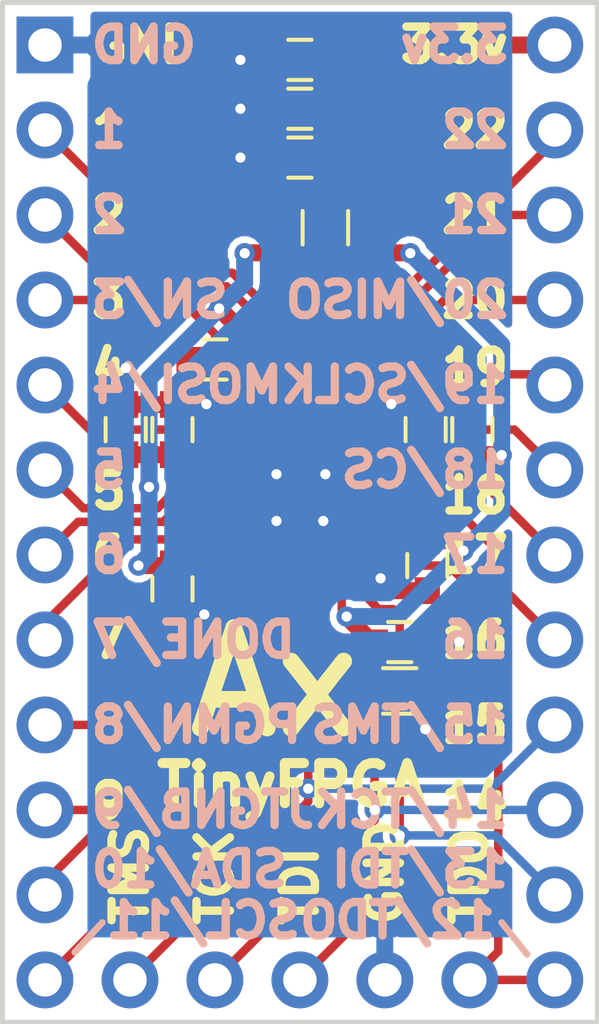
<source format=kicad_pcb>
(kicad_pcb (version 4) (host pcbnew 4.0.6)

  (general
    (links 66)
    (no_connects 0)
    (area 79.934999 118.034999 97.865001 148.665001)
    (thickness 1.6)
    (drawings 58)
    (tracks 229)
    (zones 0)
    (modules 17)
    (nets 26)
  )

  (page A4)
  (layers
    (0 F.Cu signal)
    (31 B.Cu signal)
    (32 B.Adhes user)
    (33 F.Adhes user)
    (34 B.Paste user)
    (35 F.Paste user)
    (36 B.SilkS user)
    (37 F.SilkS user)
    (38 B.Mask user)
    (39 F.Mask user)
    (40 Dwgs.User user hide)
    (41 Cmts.User user hide)
    (42 Eco1.User user hide)
    (43 Eco2.User user hide)
    (44 Edge.Cuts user)
    (45 Margin user hide)
    (46 B.CrtYd user hide)
    (47 F.CrtYd user hide)
    (48 B.Fab user hide)
    (49 F.Fab user)
  )

  (setup
    (last_trace_width 0.254)
    (trace_clearance 0.1524)
    (zone_clearance 0.0254)
    (zone_45_only no)
    (trace_min 0.1524)
    (segment_width 0.2)
    (edge_width 0.15)
    (via_size 0.6096)
    (via_drill 0.3048)
    (via_min_size 0.6096)
    (via_min_drill 0.3048)
    (uvia_size 0.3)
    (uvia_drill 0.1)
    (uvias_allowed no)
    (uvia_min_size 0.2)
    (uvia_min_drill 0.1)
    (pcb_text_width 0.3)
    (pcb_text_size 1.5 1.5)
    (mod_edge_width 0.15)
    (mod_text_size 1 1)
    (mod_text_width 0.15)
    (pad_size 1.7 1.7)
    (pad_drill 1)
    (pad_to_mask_clearance 0.07)
    (aux_axis_origin 0 0)
    (visible_elements 7FFFEFFF)
    (pcbplotparams
      (layerselection 0x210fc_80000001)
      (usegerberextensions true)
      (excludeedgelayer true)
      (linewidth 0.100000)
      (plotframeref false)
      (viasonmask false)
      (mode 1)
      (useauxorigin false)
      (hpglpennumber 1)
      (hpglpenspeed 20)
      (hpglpendiameter 15)
      (hpglpenoverlay 2)
      (psnegative false)
      (psa4output false)
      (plotreference true)
      (plotvalue true)
      (plotinvisibletext false)
      (padsonsilk false)
      (subtractmaskfromsilk false)
      (outputformat 1)
      (mirror false)
      (drillshape 0)
      (scaleselection 1)
      (outputdirectory gerbers2/))
  )

  (net 0 "")
  (net 1 GND)
  (net 2 +3V3)
  (net 3 TCK)
  (net 4 TMS)
  (net 5 TDI)
  (net 6 TDO)
  (net 7 PB4C/CS)
  (net 8 PL9B)
  (net 9 PL9A)
  (net 10 PB9B)
  (net 11 PB9A)
  (net 12 PB6D/MISO)
  (net 13 PB6C/SCLK)
  (net 14 PB11A)
  (net 15 PB11B)
  (net 16 PB20C/SN)
  (net 17 PB20D/MOSI)
  (net 18 PR5D)
  (net 19 PR5C)
  (net 20 PT17D/DONE)
  (net 21 PT15D/PROGRAMN)
  (net 22 PT15C/JTAGENB)
  (net 23 PT12D/SDA)
  (net 24 PT12C/SCL)
  (net 25 EXT3v3)

  (net_class Default "This is the default net class."
    (clearance 0.1524)
    (trace_width 0.254)
    (via_dia 0.6096)
    (via_drill 0.3048)
    (uvia_dia 0.3)
    (uvia_drill 0.1)
    (add_net +3V3)
    (add_net PB11A)
    (add_net PB11B)
    (add_net PB20C/SN)
    (add_net PB20D/MOSI)
    (add_net PB4C/CS)
    (add_net PB6C/SCLK)
    (add_net PB6D/MISO)
    (add_net PB9A)
    (add_net PB9B)
    (add_net PL9A)
    (add_net PL9B)
    (add_net PR5C)
    (add_net PR5D)
    (add_net PT12C/SCL)
    (add_net PT12D/SDA)
    (add_net PT15C/JTAGENB)
    (add_net PT15D/PROGRAMN)
    (add_net PT17D/DONE)
    (add_net TCK)
    (add_net TDI)
    (add_net TDO)
    (add_net TMS)
  )

  (net_class Power ""
    (clearance 0.1524)
    (trace_width 0.508)
    (via_dia 0.6096)
    (via_drill 0.3048)
    (uvia_dia 0.3)
    (uvia_drill 0.1)
    (add_net EXT3v3)
    (add_net GND)
  )

  (module 32QFN (layer F.Cu) (tedit 592B3A1F) (tstamp 590031ED)
    (at 88.9 132.9055 180)
    (path /59003119)
    (attr smd)
    (fp_text reference U1 (at 0 -1.7145 180) (layer F.Fab)
      (effects (font (size 0.5 0.5) (thickness 0.125)))
    )
    (fp_text value LCMXO2-1200HC-4SG32C (at 0 1.27 180) (layer F.Fab)
      (effects (font (size 0.3 0.25) (thickness 0.0625)))
    )
    (fp_line (start -2.5 -1.5) (end -1.5 -2.5) (layer F.Fab) (width 0.15))
    (fp_line (start -2.5 2.5) (end -2.5 -1.5) (layer F.Fab) (width 0.15))
    (fp_line (start 2.5 2.5) (end -2.5 2.5) (layer F.Fab) (width 0.15))
    (fp_line (start 2.5 -2.5) (end 2.5 2.5) (layer F.Fab) (width 0.15))
    (fp_line (start -1.5 -2.5) (end 2.5 -2.5) (layer F.Fab) (width 0.15))
    (fp_line (start -1.25 0) (end 1.25 0) (layer F.Mask) (width 0.3))
    (fp_line (start -1.35 1.35) (end -1.35 -1.35) (layer F.Mask) (width 0.15))
    (fp_line (start 1.35 1.35) (end -1.35 1.35) (layer F.Mask) (width 0.15))
    (fp_line (start 1.35 -1.35) (end 1.35 1.35) (layer F.Mask) (width 0.15))
    (fp_line (start -1.35 -1.35) (end 1.35 -1.35) (layer F.Mask) (width 0.15))
    (fp_line (start 0 -1.25) (end 0 1.25) (layer F.Mask) (width 0.3))
    (pad 32 smd oval (at -1.75 -2.5 270) (size 0.7 0.24) (layers F.Cu F.Paste F.Mask)
      (net 5 TDI) (solder_mask_margin 0.07))
    (pad 31 smd oval (at -1.25 -2.5 270) (size 0.7 0.24) (layers F.Cu F.Paste F.Mask)
      (net 2 +3V3) (solder_mask_margin 0.07))
    (pad 30 smd oval (at -0.75 -2.5 270) (size 0.7 0.24) (layers F.Cu F.Paste F.Mask)
      (net 3 TCK) (solder_mask_margin 0.07))
    (pad 29 smd oval (at -0.25 -2.5 270) (size 0.7 0.24) (layers F.Cu F.Paste F.Mask)
      (net 4 TMS) (solder_mask_margin 0.07))
    (pad 28 smd oval (at 0.25 -2.5 270) (size 0.7 0.24) (layers F.Cu F.Paste F.Mask)
      (net 24 PT12C/SCL) (solder_mask_margin 0.07))
    (pad 27 smd oval (at 0.75 -2.5 270) (size 0.7 0.24) (layers F.Cu F.Paste F.Mask)
      (net 23 PT12D/SDA) (solder_mask_margin 0.07))
    (pad 26 smd oval (at 1.25 -2.5 270) (size 0.7 0.24) (layers F.Cu F.Paste F.Mask)
      (net 22 PT15C/JTAGENB) (solder_mask_margin 0.07))
    (pad 25 smd oval (at 1.75 -2.5 270) (size 0.7 0.24) (layers F.Cu F.Paste F.Mask)
      (net 21 PT15D/PROGRAMN) (solder_mask_margin 0.07))
    (pad 24 smd oval (at 2.5 -1.75 180) (size 0.7 0.24) (layers F.Cu F.Paste F.Mask)
      (net 2 +3V3) (solder_mask_margin 0.07))
    (pad 23 smd oval (at 2.5 -1.25 180) (size 0.7 0.24) (layers F.Cu F.Paste F.Mask)
      (net 20 PT17D/DONE) (solder_mask_margin 0.07))
    (pad 22 smd oval (at 2.5 -0.75 180) (size 0.7 0.24) (layers F.Cu F.Paste F.Mask)
      (net 1 GND) (solder_mask_margin 0.07))
    (pad 21 smd oval (at 2.5 -0.25 180) (size 0.7 0.24) (layers F.Cu F.Paste F.Mask)
      (net 19 PR5C) (solder_mask_margin 0.07))
    (pad 20 smd oval (at 2.5 0.25 180) (size 0.7 0.24) (layers F.Cu F.Paste F.Mask)
      (net 18 PR5D) (solder_mask_margin 0.07))
    (pad 19 smd oval (at 2.5 0.75 180) (size 0.7 0.24) (layers F.Cu F.Paste F.Mask)
      (net 2 +3V3) (solder_mask_margin 0.07))
    (pad 18 smd oval (at 2.5 1.25 180) (size 0.7 0.24) (layers F.Cu F.Paste F.Mask)
      (net 2 +3V3) (solder_mask_margin 0.07))
    (pad 17 smd oval (at 2.5 1.75 180) (size 0.7 0.24) (layers F.Cu F.Paste F.Mask)
      (net 17 PB20D/MOSI) (solder_mask_margin 0.07))
    (pad 16 smd oval (at 1.75 2.5 270) (size 0.7 0.24) (layers F.Cu F.Paste F.Mask)
      (net 16 PB20C/SN) (solder_mask_margin 0.07))
    (pad 15 smd oval (at 1.25 2.5 270) (size 0.7 0.24) (layers F.Cu F.Paste F.Mask)
      (net 2 +3V3) (solder_mask_margin 0.07))
    (pad 14 smd oval (at 0.75 2.5 270) (size 0.7 0.24) (layers F.Cu F.Paste F.Mask)
      (net 15 PB11B) (solder_mask_margin 0.07))
    (pad 13 smd oval (at 0.25 2.5 270) (size 0.7 0.24) (layers F.Cu F.Paste F.Mask)
      (net 14 PB11A) (solder_mask_margin 0.07))
    (pad 12 smd oval (at -0.25 2.5 270) (size 0.7 0.24) (layers F.Cu F.Paste F.Mask)
      (net 10 PB9B) (solder_mask_margin 0.07))
    (pad 11 smd oval (at -0.75 2.5 270) (size 0.7 0.24) (layers F.Cu F.Paste F.Mask)
      (net 11 PB9A) (solder_mask_margin 0.07))
    (pad 10 smd oval (at -1.25 2.5 270) (size 0.7 0.24) (layers F.Cu F.Paste F.Mask)
      (net 12 PB6D/MISO) (solder_mask_margin 0.07))
    (pad 9 smd oval (at -1.75 2.5 270) (size 0.7 0.24) (layers F.Cu F.Paste F.Mask)
      (net 13 PB6C/SCLK) (solder_mask_margin 0.07))
    (pad 8 smd oval (at -2.5 1.75 180) (size 0.7 0.24) (layers F.Cu F.Paste F.Mask)
      (net 7 PB4C/CS) (solder_mask_margin 0.07))
    (pad 7 smd oval (at -2.5 1.25 180) (size 0.7 0.24) (layers F.Cu F.Paste F.Mask)
      (net 2 +3V3) (solder_mask_margin 0.07))
    (pad 6 smd oval (at -2.5 0.75 180) (size 0.7 0.24) (layers F.Cu F.Paste F.Mask)
      (net 2 +3V3) (solder_mask_margin 0.07))
    (pad 5 smd oval (at -2.5 0.25 180) (size 0.7 0.24) (layers F.Cu F.Paste F.Mask)
      (net 8 PL9B) (solder_mask_margin 0.07))
    (pad 4 smd oval (at -2.5 -0.25 180) (size 0.7 0.24) (layers F.Cu F.Paste F.Mask)
      (net 9 PL9A) (solder_mask_margin 0.07))
    (pad 3 smd oval (at -2.5 -0.75 180) (size 0.7 0.24) (layers F.Cu F.Paste F.Mask)
      (net 1 GND) (solder_mask_margin 0.07))
    (pad 2 smd oval (at -2.5 -1.25 180) (size 0.7 0.24) (layers F.Cu F.Paste F.Mask)
      (net 2 +3V3) (solder_mask_margin 0.07))
    (pad 1 smd oval (at -2.5 -1.75 180) (size 0.7 0.24) (layers F.Cu F.Paste F.Mask)
      (net 6 TDO) (solder_mask_margin 0.07))
    (pad 33 smd rect (at -0.7 -0.7 180) (size 1.17 1.17) (layers F.Cu F.Paste F.Mask)
      (net 1 GND))
    (pad 33 smd rect (at 0.7 0.7 180) (size 1.17 1.17) (layers F.Cu F.Paste F.Mask)
      (net 1 GND))
    (pad 33 smd rect (at 0.7 -0.7 180) (size 1.17 1.17) (layers F.Cu F.Paste F.Mask)
      (net 1 GND))
    (pad 33 smd rect (at -0.7 0.7 180) (size 1.17 1.17) (layers F.Cu F.Paste F.Mask)
      (net 1 GND))
    (model Housings_DFN_QFN.3dshapes/QFN-32-1EP_5x5mm_Pitch0.5mm.wrl
      (at (xyz 0 0 0))
      (scale (xyz 1 1 1))
      (rotate (xyz 0 0 0))
    )
  )

  (module Pin_Headers:Pin_Header_Straight_1x12_Pitch2.54mm (layer F.Cu) (tedit 5962A474) (tstamp 5902465F)
    (at 96.52 119.38)
    (descr "Through hole straight pin header, 1x12, 2.54mm pitch, single row")
    (tags "Through hole pin header THT 1x12 2.54mm single row")
    (path /59024DE1)
    (fp_text reference J2 (at 0 -2.33) (layer F.SilkS) hide
      (effects (font (size 1 1) (thickness 0.15)))
    )
    (fp_text value CONN_01X12 (at 0 30.27) (layer F.Fab) hide
      (effects (font (size 1 1) (thickness 0.15)))
    )
    (fp_text user %R (at 0 -2.33) (layer F.Fab) hide
      (effects (font (size 1 1) (thickness 0.15)))
    )
    (pad 1 thru_hole circle (at 0 0) (size 1.7 1.7) (drill 1) (layers *.Cu *.Mask)
      (net 25 EXT3v3))
    (pad 2 thru_hole oval (at 0 2.54) (size 1.7 1.7) (drill 1) (layers *.Cu *.Mask)
      (net 10 PB9B))
    (pad 3 thru_hole oval (at 0 5.08) (size 1.7 1.7) (drill 1) (layers *.Cu *.Mask)
      (net 11 PB9A))
    (pad 4 thru_hole oval (at 0 7.62) (size 1.7 1.7) (drill 1) (layers *.Cu *.Mask)
      (net 12 PB6D/MISO))
    (pad 5 thru_hole oval (at 0 10.16) (size 1.7 1.7) (drill 1) (layers *.Cu *.Mask)
      (net 13 PB6C/SCLK))
    (pad 6 thru_hole oval (at 0 12.7) (size 1.7 1.7) (drill 1) (layers *.Cu *.Mask)
      (net 7 PB4C/CS))
    (pad 7 thru_hole oval (at 0 15.24) (size 1.7 1.7) (drill 1) (layers *.Cu *.Mask)
      (net 8 PL9B))
    (pad 8 thru_hole oval (at 0 17.78) (size 1.7 1.7) (drill 1) (layers *.Cu *.Mask)
      (net 9 PL9A))
    (pad 9 thru_hole oval (at 0 20.32) (size 1.7 1.7) (drill 1) (layers *.Cu *.Mask)
      (net 4 TMS))
    (pad 10 thru_hole oval (at 0 22.86) (size 1.7 1.7) (drill 1) (layers *.Cu *.Mask)
      (net 3 TCK))
    (pad 11 thru_hole oval (at 0 25.4) (size 1.7 1.7) (drill 1) (layers *.Cu *.Mask)
      (net 5 TDI))
    (pad 12 thru_hole oval (at 0 27.94) (size 1.7 1.7) (drill 1) (layers *.Cu *.Mask)
      (net 6 TDO))
  )

  (module Pin_Headers:Pin_Header_Straight_1x05_Pitch2.54mm (layer F.Cu) (tedit 5962A48E) (tstamp 59042455)
    (at 83.82 147.32 90)
    (descr "Through hole straight pin header, 1x05, 2.54mm pitch, single row")
    (tags "Through hole pin header THT 1x05 2.54mm single row")
    (path /59042500)
    (fp_text reference J3 (at 0 -2.33 90) (layer F.SilkS) hide
      (effects (font (size 1 1) (thickness 0.15)))
    )
    (fp_text value CONN_01X05 (at 0 12.49 90) (layer F.Fab) hide
      (effects (font (size 1 1) (thickness 0.15)))
    )
    (fp_text user %R (at 0 -2.33 90) (layer F.Fab) hide
      (effects (font (size 1 1) (thickness 0.15)))
    )
    (pad 1 thru_hole circle (at 0 0 90) (size 1.7 1.7) (drill 1) (layers *.Cu *.Mask)
      (net 4 TMS))
    (pad 2 thru_hole oval (at 0 2.54 90) (size 1.7 1.7) (drill 1) (layers *.Cu *.Mask)
      (net 3 TCK))
    (pad 3 thru_hole oval (at 0 5.08 90) (size 1.7 1.7) (drill 1) (layers *.Cu *.Mask)
      (net 5 TDI))
    (pad 4 thru_hole oval (at 0 7.62 90) (size 1.7 1.7) (drill 1) (layers *.Cu *.Mask)
      (net 1 GND))
    (pad 5 thru_hole oval (at 0 10.16 90) (size 1.7 1.7) (drill 1) (layers *.Cu *.Mask)
      (net 6 TDO))
  )

  (module Pin_Headers:Pin_Header_Straight_1x12_Pitch2.54mm (layer F.Cu) (tedit 5914076C) (tstamp 5902464F)
    (at 81.28 119.38)
    (descr "Through hole straight pin header, 1x12, 2.54mm pitch, single row")
    (tags "Through hole pin header THT 1x12 2.54mm single row")
    (path /59024D58)
    (fp_text reference J1 (at 0 -2.33) (layer F.SilkS) hide
      (effects (font (size 1 1) (thickness 0.15)))
    )
    (fp_text value CONN_01X12 (at 0 30.27) (layer F.Fab) hide
      (effects (font (size 1 1) (thickness 0.15)))
    )
    (fp_text user %R (at 0 -2.33) (layer F.Fab) hide
      (effects (font (size 1 1) (thickness 0.15)))
    )
    (pad 1 thru_hole rect (at 0 0) (size 1.7 1.7) (drill 1) (layers *.Cu *.Mask)
      (net 1 GND))
    (pad 2 thru_hole oval (at 0 2.54) (size 1.7 1.7) (drill 1) (layers *.Cu *.Mask)
      (net 14 PB11A))
    (pad 3 thru_hole oval (at 0 5.08) (size 1.7 1.7) (drill 1) (layers *.Cu *.Mask)
      (net 15 PB11B))
    (pad 4 thru_hole oval (at 0 7.62) (size 1.7 1.7) (drill 1) (layers *.Cu *.Mask)
      (net 16 PB20C/SN))
    (pad 5 thru_hole oval (at 0 10.16) (size 1.7 1.7) (drill 1) (layers *.Cu *.Mask)
      (net 17 PB20D/MOSI))
    (pad 6 thru_hole oval (at 0 12.7) (size 1.7 1.7) (drill 1) (layers *.Cu *.Mask)
      (net 18 PR5D))
    (pad 7 thru_hole oval (at 0 15.24) (size 1.7 1.7) (drill 1) (layers *.Cu *.Mask)
      (net 19 PR5C))
    (pad 8 thru_hole oval (at 0 17.78) (size 1.7 1.7) (drill 1) (layers *.Cu *.Mask)
      (net 20 PT17D/DONE))
    (pad 9 thru_hole oval (at 0 20.32) (size 1.7 1.7) (drill 1) (layers *.Cu *.Mask)
      (net 21 PT15D/PROGRAMN))
    (pad 10 thru_hole oval (at 0 22.86) (size 1.7 1.7) (drill 1) (layers *.Cu *.Mask)
      (net 22 PT15C/JTAGENB))
    (pad 11 thru_hole oval (at 0 25.4) (size 1.7 1.7) (drill 1) (layers *.Cu *.Mask)
      (net 23 PT12D/SDA))
    (pad 12 thru_hole oval (at 0 27.94) (size 1.7 1.7) (drill 1) (layers *.Cu *.Mask)
      (net 24 PT12C/SCL))
  )

  (module Capacitors_SMD:C_0603 placed (layer F.Cu) (tedit 59140720) (tstamp 590045F2)
    (at 88.9 121.285 180)
    (descr "Capacitor SMD 0603, reflow soldering, AVX (see smccp.pdf)")
    (tags "capacitor 0603")
    (path /5904D77E)
    (attr smd)
    (fp_text reference C2 (at -1.27 0.127 180) (layer F.Fab)
      (effects (font (size 0.3 0.3) (thickness 0.075)))
    )
    (fp_text value 1uF (at 0.01778 0.00508 180) (layer F.Fab)
      (effects (font (size 0.3 0.3) (thickness 0.075)))
    )
    (fp_line (start -0.8 0.4) (end -0.8 -0.4) (layer F.Fab) (width 0.1))
    (fp_line (start 0.8 0.4) (end -0.8 0.4) (layer F.Fab) (width 0.1))
    (fp_line (start 0.8 -0.4) (end 0.8 0.4) (layer F.Fab) (width 0.1))
    (fp_line (start -0.8 -0.4) (end 0.8 -0.4) (layer F.Fab) (width 0.1))
    (fp_line (start -0.35 -0.6) (end 0.35 -0.6) (layer F.SilkS) (width 0.12))
    (fp_line (start 0.35 0.6) (end -0.35 0.6) (layer F.SilkS) (width 0.12))
    (fp_line (start -1.4 -0.65) (end 1.4 -0.65) (layer F.CrtYd) (width 0.05))
    (fp_line (start -1.4 -0.65) (end -1.4 0.65) (layer F.CrtYd) (width 0.05))
    (fp_line (start 1.4 0.65) (end 1.4 -0.65) (layer F.CrtYd) (width 0.05))
    (fp_line (start 1.4 0.65) (end -1.4 0.65) (layer F.CrtYd) (width 0.05))
    (pad 1 smd rect (at -0.75 0 180) (size 0.8 0.75) (layers F.Cu F.Paste F.Mask)
      (net 25 EXT3v3))
    (pad 2 smd rect (at 0.75 0 180) (size 0.8 0.75) (layers F.Cu F.Paste F.Mask)
      (net 1 GND))
    (model Capacitors_SMD.3dshapes/C_0603.wrl
      (at (xyz 0 0 0))
      (scale (xyz 1 1 1))
      (rotate (xyz 0 0 0))
    )
  )

  (module Capacitors_SMD:C_0603 placed (layer F.Cu) (tedit 591406E9) (tstamp 590045FE)
    (at 83.693 130.8735 90)
    (descr "Capacitor SMD 0603, reflow soldering, AVX (see smccp.pdf)")
    (tags "capacitor 0603")
    (path /59004C50)
    (attr smd)
    (fp_text reference C4 (at 1.3335 -0.127 90) (layer F.Fab)
      (effects (font (size 0.3 0.3) (thickness 0.075)))
    )
    (fp_text value 100nF (at 0 0.02032 90) (layer F.Fab)
      (effects (font (size 0.3 0.3) (thickness 0.075)))
    )
    (fp_line (start -0.8 0.4) (end -0.8 -0.4) (layer F.Fab) (width 0.1))
    (fp_line (start 0.8 0.4) (end -0.8 0.4) (layer F.Fab) (width 0.1))
    (fp_line (start 0.8 -0.4) (end 0.8 0.4) (layer F.Fab) (width 0.1))
    (fp_line (start -0.8 -0.4) (end 0.8 -0.4) (layer F.Fab) (width 0.1))
    (fp_line (start -0.35 -0.6) (end 0.35 -0.6) (layer F.SilkS) (width 0.12))
    (fp_line (start 0.35 0.6) (end -0.35 0.6) (layer F.SilkS) (width 0.12))
    (fp_line (start -1.4 -0.65) (end 1.4 -0.65) (layer F.CrtYd) (width 0.05))
    (fp_line (start -1.4 -0.65) (end -1.4 0.65) (layer F.CrtYd) (width 0.05))
    (fp_line (start 1.4 0.65) (end 1.4 -0.65) (layer F.CrtYd) (width 0.05))
    (fp_line (start 1.4 0.65) (end -1.4 0.65) (layer F.CrtYd) (width 0.05))
    (pad 1 smd rect (at -0.75 0 90) (size 0.8 0.75) (layers F.Cu F.Paste F.Mask)
      (net 2 +3V3))
    (pad 2 smd rect (at 0.75 0 90) (size 0.8 0.75) (layers F.Cu F.Paste F.Mask)
      (net 1 GND))
    (model Capacitors_SMD.3dshapes/C_0603.wrl
      (at (xyz 0 0 0))
      (scale (xyz 1 1 1))
      (rotate (xyz 0 0 0))
    )
  )

  (module Capacitors_SMD:C_0603 placed (layer F.Cu) (tedit 59110B6D) (tstamp 59004616)
    (at 86.36 128.778 180)
    (descr "Capacitor SMD 0603, reflow soldering, AVX (see smccp.pdf)")
    (tags "capacitor 0603")
    (path /59017C60)
    (attr smd)
    (fp_text reference C8 (at 0 -1.5 180) (layer F.SilkS) hide
      (effects (font (size 1 1) (thickness 0.15)))
    )
    (fp_text value 100nF (at -0.04064 -0.04572 180) (layer F.Fab)
      (effects (font (size 0.3 0.3) (thickness 0.075)))
    )
    (fp_text user %R (at -1.26238 -0.0254 180) (layer F.Fab)
      (effects (font (size 0.3 0.3) (thickness 0.075)))
    )
    (fp_line (start -0.8 0.4) (end -0.8 -0.4) (layer F.Fab) (width 0.1))
    (fp_line (start 0.8 0.4) (end -0.8 0.4) (layer F.Fab) (width 0.1))
    (fp_line (start 0.8 -0.4) (end 0.8 0.4) (layer F.Fab) (width 0.1))
    (fp_line (start -0.8 -0.4) (end 0.8 -0.4) (layer F.Fab) (width 0.1))
    (fp_line (start -0.35 -0.6) (end 0.35 -0.6) (layer F.SilkS) (width 0.12))
    (fp_line (start 0.35 0.6) (end -0.35 0.6) (layer F.SilkS) (width 0.12))
    (fp_line (start -1.4 -0.65) (end 1.4 -0.65) (layer F.CrtYd) (width 0.05))
    (fp_line (start -1.4 -0.65) (end -1.4 0.65) (layer F.CrtYd) (width 0.05))
    (fp_line (start 1.4 0.65) (end 1.4 -0.65) (layer F.CrtYd) (width 0.05))
    (fp_line (start 1.4 0.65) (end -1.4 0.65) (layer F.CrtYd) (width 0.05))
    (pad 1 smd rect (at -0.75 0 180) (size 0.8 0.75) (layers F.Cu F.Paste F.Mask)
      (net 2 +3V3))
    (pad 2 smd rect (at 0.75 0 180) (size 0.8 0.75) (layers F.Cu F.Paste F.Mask)
      (net 1 GND))
    (model Capacitors_SMD.3dshapes/C_0603.wrl
      (at (xyz 0 0 0))
      (scale (xyz 1 1 1))
      (rotate (xyz 0 0 0))
    )
  )

  (module Capacitors_SMD:C_0603 (layer F.Cu) (tedit 59110B84) (tstamp 59017AF5)
    (at 92.6592 130.8735 90)
    (descr "Capacitor SMD 0603, reflow soldering, AVX (see smccp.pdf)")
    (tags "capacitor 0603")
    (path /59017C66)
    (attr smd)
    (fp_text reference C9 (at 0 -1.5 90) (layer F.SilkS) hide
      (effects (font (size 1 1) (thickness 0.15)))
    )
    (fp_text value 100nF (at 0.04318 0 90) (layer F.Fab)
      (effects (font (size 0.3 0.3) (thickness 0.075)))
    )
    (fp_text user %R (at 1.3589 -0.00254 90) (layer F.Fab)
      (effects (font (size 0.3 0.3) (thickness 0.075)))
    )
    (fp_line (start -0.8 0.4) (end -0.8 -0.4) (layer F.Fab) (width 0.1))
    (fp_line (start 0.8 0.4) (end -0.8 0.4) (layer F.Fab) (width 0.1))
    (fp_line (start 0.8 -0.4) (end 0.8 0.4) (layer F.Fab) (width 0.1))
    (fp_line (start -0.8 -0.4) (end 0.8 -0.4) (layer F.Fab) (width 0.1))
    (fp_line (start -0.35 -0.6) (end 0.35 -0.6) (layer F.SilkS) (width 0.12))
    (fp_line (start 0.35 0.6) (end -0.35 0.6) (layer F.SilkS) (width 0.12))
    (fp_line (start -1.4 -0.65) (end 1.4 -0.65) (layer F.CrtYd) (width 0.05))
    (fp_line (start -1.4 -0.65) (end -1.4 0.65) (layer F.CrtYd) (width 0.05))
    (fp_line (start 1.4 0.65) (end 1.4 -0.65) (layer F.CrtYd) (width 0.05))
    (fp_line (start 1.4 0.65) (end -1.4 0.65) (layer F.CrtYd) (width 0.05))
    (pad 1 smd rect (at -0.75 0 90) (size 0.8 0.75) (layers F.Cu F.Paste F.Mask)
      (net 2 +3V3))
    (pad 2 smd rect (at 0.75 0 90) (size 0.8 0.75) (layers F.Cu F.Paste F.Mask)
      (net 1 GND))
    (model Capacitors_SMD.3dshapes/C_0603.wrl
      (at (xyz 0 0 0))
      (scale (xyz 1 1 1))
      (rotate (xyz 0 0 0))
    )
  )

  (module Capacitors_SMD:C_0603 (layer F.Cu) (tedit 59110B8F) (tstamp 59017AFB)
    (at 94.0562 130.8735 90)
    (descr "Capacitor SMD 0603, reflow soldering, AVX (see smccp.pdf)")
    (tags "capacitor 0603")
    (path /59017C6C)
    (attr smd)
    (fp_text reference C10 (at 0 -1.5 90) (layer F.SilkS) hide
      (effects (font (size 1 1) (thickness 0.15)))
    )
    (fp_text value 10nF (at 0.02286 0.0127 90) (layer F.Fab)
      (effects (font (size 0.3 0.3) (thickness 0.075)))
    )
    (fp_text user %R (at 1.4097 0.0762 90) (layer F.Fab)
      (effects (font (size 0.3 0.3) (thickness 0.075)))
    )
    (fp_line (start -0.8 0.4) (end -0.8 -0.4) (layer F.Fab) (width 0.1))
    (fp_line (start 0.8 0.4) (end -0.8 0.4) (layer F.Fab) (width 0.1))
    (fp_line (start 0.8 -0.4) (end 0.8 0.4) (layer F.Fab) (width 0.1))
    (fp_line (start -0.8 -0.4) (end 0.8 -0.4) (layer F.Fab) (width 0.1))
    (fp_line (start -0.35 -0.6) (end 0.35 -0.6) (layer F.SilkS) (width 0.12))
    (fp_line (start 0.35 0.6) (end -0.35 0.6) (layer F.SilkS) (width 0.12))
    (fp_line (start -1.4 -0.65) (end 1.4 -0.65) (layer F.CrtYd) (width 0.05))
    (fp_line (start -1.4 -0.65) (end -1.4 0.65) (layer F.CrtYd) (width 0.05))
    (fp_line (start 1.4 0.65) (end 1.4 -0.65) (layer F.CrtYd) (width 0.05))
    (fp_line (start 1.4 0.65) (end -1.4 0.65) (layer F.CrtYd) (width 0.05))
    (pad 1 smd rect (at -0.75 0 90) (size 0.8 0.75) (layers F.Cu F.Paste F.Mask)
      (net 2 +3V3))
    (pad 2 smd rect (at 0.75 0 90) (size 0.8 0.75) (layers F.Cu F.Paste F.Mask)
      (net 1 GND))
    (model Capacitors_SMD.3dshapes/C_0603.wrl
      (at (xyz 0 0 0))
      (scale (xyz 1 1 1))
      (rotate (xyz 0 0 0))
    )
  )

  (module Capacitors_SMD:C_0603 (layer F.Cu) (tedit 59140649) (tstamp 59017B01)
    (at 92.71 134.9375 270)
    (descr "Capacitor SMD 0603, reflow soldering, AVX (see smccp.pdf)")
    (tags "capacitor 0603")
    (path /59017C72)
    (attr smd)
    (fp_text reference C11 (at -1.5875 0 270) (layer F.Fab)
      (effects (font (size 0.3 0.3) (thickness 0.075)))
    )
    (fp_text value 10nF (at -0.01016 -0.0381 270) (layer F.Fab)
      (effects (font (size 0.3 0.3) (thickness 0.075)))
    )
    (fp_line (start -0.8 0.4) (end -0.8 -0.4) (layer F.Fab) (width 0.1))
    (fp_line (start 0.8 0.4) (end -0.8 0.4) (layer F.Fab) (width 0.1))
    (fp_line (start 0.8 -0.4) (end 0.8 0.4) (layer F.Fab) (width 0.1))
    (fp_line (start -0.8 -0.4) (end 0.8 -0.4) (layer F.Fab) (width 0.1))
    (fp_line (start -0.35 -0.6) (end 0.35 -0.6) (layer F.SilkS) (width 0.12))
    (fp_line (start 0.35 0.6) (end -0.35 0.6) (layer F.SilkS) (width 0.12))
    (fp_line (start -1.4 -0.65) (end 1.4 -0.65) (layer F.CrtYd) (width 0.05))
    (fp_line (start -1.4 -0.65) (end -1.4 0.65) (layer F.CrtYd) (width 0.05))
    (fp_line (start 1.4 0.65) (end 1.4 -0.65) (layer F.CrtYd) (width 0.05))
    (fp_line (start 1.4 0.65) (end -1.4 0.65) (layer F.CrtYd) (width 0.05))
    (pad 1 smd rect (at -0.75 0 270) (size 0.8 0.75) (layers F.Cu F.Paste F.Mask)
      (net 2 +3V3))
    (pad 2 smd rect (at 0.75 0 270) (size 0.8 0.75) (layers F.Cu F.Paste F.Mask)
      (net 1 GND))
    (model Capacitors_SMD.3dshapes/C_0603.wrl
      (at (xyz 0 0 0))
      (scale (xyz 1 1 1))
      (rotate (xyz 0 0 0))
    )
  )

  (module Resistors_SMD:R_0603 (layer F.Cu) (tedit 5914066D) (tstamp 590244FF)
    (at 91.8845 138.684)
    (descr "Resistor SMD 0603, reflow soldering, Vishay (see dcrcw.pdf)")
    (tags "resistor 0603")
    (path /59027A6E)
    (attr smd)
    (fp_text reference R1 (at 1.3335 0) (layer F.Fab)
      (effects (font (size 0.3 0.3) (thickness 0.075)))
    )
    (fp_text value 4.7k (at -0.0635 0.0127) (layer F.Fab)
      (effects (font (size 0.3 0.3) (thickness 0.075)))
    )
    (fp_line (start -0.8 0.4) (end -0.8 -0.4) (layer F.Fab) (width 0.1))
    (fp_line (start 0.8 0.4) (end -0.8 0.4) (layer F.Fab) (width 0.1))
    (fp_line (start 0.8 -0.4) (end 0.8 0.4) (layer F.Fab) (width 0.1))
    (fp_line (start -0.8 -0.4) (end 0.8 -0.4) (layer F.Fab) (width 0.1))
    (fp_line (start 0.5 0.68) (end -0.5 0.68) (layer F.SilkS) (width 0.12))
    (fp_line (start -0.5 -0.68) (end 0.5 -0.68) (layer F.SilkS) (width 0.12))
    (fp_line (start -1.25 -0.7) (end 1.25 -0.7) (layer F.CrtYd) (width 0.05))
    (fp_line (start -1.25 -0.7) (end -1.25 0.7) (layer F.CrtYd) (width 0.05))
    (fp_line (start 1.25 0.7) (end 1.25 -0.7) (layer F.CrtYd) (width 0.05))
    (fp_line (start 1.25 0.7) (end -1.25 0.7) (layer F.CrtYd) (width 0.05))
    (pad 1 smd rect (at -0.75 0) (size 0.5 0.9) (layers F.Cu F.Paste F.Mask)
      (net 3 TCK))
    (pad 2 smd rect (at 0.75 0) (size 0.5 0.9) (layers F.Cu F.Paste F.Mask)
      (net 1 GND))
    (model ${KISYS3DMOD}/Resistors_SMD.3dshapes/R_0603.wrl
      (at (xyz 0 0 0))
      (scale (xyz 1 1 1))
      (rotate (xyz 0 0 0))
    )
  )

  (module Capacitors_SMD:C_0603 (layer F.Cu) (tedit 59110B3A) (tstamp 5904449A)
    (at 88.9 119.8245 180)
    (descr "Capacitor SMD 0603, reflow soldering, AVX (see smccp.pdf)")
    (tags "capacitor 0603")
    (path /5904D7C3)
    (attr smd)
    (fp_text reference C1 (at 0 -1.5 180) (layer F.SilkS) hide
      (effects (font (size 1 1) (thickness 0.15)))
    )
    (fp_text value 10uF (at -0.02286 -0.0254 180) (layer F.Fab)
      (effects (font (size 0.3 0.3) (thickness 0.075)))
    )
    (fp_text user %R (at -1.2827 -0.01778 180) (layer F.Fab)
      (effects (font (size 0.3 0.3) (thickness 0.075)))
    )
    (fp_line (start -0.8 0.4) (end -0.8 -0.4) (layer F.Fab) (width 0.1))
    (fp_line (start 0.8 0.4) (end -0.8 0.4) (layer F.Fab) (width 0.1))
    (fp_line (start 0.8 -0.4) (end 0.8 0.4) (layer F.Fab) (width 0.1))
    (fp_line (start -0.8 -0.4) (end 0.8 -0.4) (layer F.Fab) (width 0.1))
    (fp_line (start -0.35 -0.6) (end 0.35 -0.6) (layer F.SilkS) (width 0.12))
    (fp_line (start 0.35 0.6) (end -0.35 0.6) (layer F.SilkS) (width 0.12))
    (fp_line (start -1.4 -0.65) (end 1.4 -0.65) (layer F.CrtYd) (width 0.05))
    (fp_line (start -1.4 -0.65) (end -1.4 0.65) (layer F.CrtYd) (width 0.05))
    (fp_line (start 1.4 0.65) (end 1.4 -0.65) (layer F.CrtYd) (width 0.05))
    (fp_line (start 1.4 0.65) (end -1.4 0.65) (layer F.CrtYd) (width 0.05))
    (pad 1 smd rect (at -0.75 0 180) (size 0.8 0.75) (layers F.Cu F.Paste F.Mask)
      (net 25 EXT3v3))
    (pad 2 smd rect (at 0.75 0 180) (size 0.8 0.75) (layers F.Cu F.Paste F.Mask)
      (net 1 GND))
    (model Capacitors_SMD.3dshapes/C_0603.wrl
      (at (xyz 0 0 0))
      (scale (xyz 1 1 1))
      (rotate (xyz 0 0 0))
    )
  )

  (module Capacitors_SMD:C_0603 (layer F.Cu) (tedit 59110B45) (tstamp 590444A0)
    (at 88.9 122.7455 180)
    (descr "Capacitor SMD 0603, reflow soldering, AVX (see smccp.pdf)")
    (tags "capacitor 0603")
    (path /5904D6BF)
    (attr smd)
    (fp_text reference C3 (at 0 -1.5 180) (layer F.SilkS) hide
      (effects (font (size 1 1) (thickness 0.15)))
    )
    (fp_text value 100nF (at -0.00254 -0.02286 180) (layer F.Fab)
      (effects (font (size 0.3 0.3) (thickness 0.075)))
    )
    (fp_text user %R (at -1.27 0.0635 180) (layer F.Fab)
      (effects (font (size 0.3 0.3) (thickness 0.075)))
    )
    (fp_line (start -0.8 0.4) (end -0.8 -0.4) (layer F.Fab) (width 0.1))
    (fp_line (start 0.8 0.4) (end -0.8 0.4) (layer F.Fab) (width 0.1))
    (fp_line (start 0.8 -0.4) (end 0.8 0.4) (layer F.Fab) (width 0.1))
    (fp_line (start -0.8 -0.4) (end 0.8 -0.4) (layer F.Fab) (width 0.1))
    (fp_line (start -0.35 -0.6) (end 0.35 -0.6) (layer F.SilkS) (width 0.12))
    (fp_line (start 0.35 0.6) (end -0.35 0.6) (layer F.SilkS) (width 0.12))
    (fp_line (start -1.4 -0.65) (end 1.4 -0.65) (layer F.CrtYd) (width 0.05))
    (fp_line (start -1.4 -0.65) (end -1.4 0.65) (layer F.CrtYd) (width 0.05))
    (fp_line (start 1.4 0.65) (end 1.4 -0.65) (layer F.CrtYd) (width 0.05))
    (fp_line (start 1.4 0.65) (end -1.4 0.65) (layer F.CrtYd) (width 0.05))
    (pad 1 smd rect (at -0.75 0 180) (size 0.8 0.75) (layers F.Cu F.Paste F.Mask)
      (net 25 EXT3v3))
    (pad 2 smd rect (at 0.75 0 180) (size 0.8 0.75) (layers F.Cu F.Paste F.Mask)
      (net 1 GND))
    (model Capacitors_SMD.3dshapes/C_0603.wrl
      (at (xyz 0 0 0))
      (scale (xyz 1 1 1))
      (rotate (xyz 0 0 0))
    )
  )

  (module Capacitors_SMD:C_0603 (layer F.Cu) (tedit 59110B79) (tstamp 590444A6)
    (at 85.09 130.8735 90)
    (descr "Capacitor SMD 0603, reflow soldering, AVX (see smccp.pdf)")
    (tags "capacitor 0603")
    (path /59004DD1)
    (attr smd)
    (fp_text reference C5 (at 0 -1.5 90) (layer F.SilkS) hide
      (effects (font (size 1 1) (thickness 0.15)))
    )
    (fp_text value 10nF (at 0.04318 0.01016 90) (layer F.Fab)
      (effects (font (size 0.3 0.3) (thickness 0.075)))
    )
    (fp_text user %R (at 1.3081 0.01524 90) (layer F.Fab)
      (effects (font (size 0.3 0.3) (thickness 0.075)))
    )
    (fp_line (start -0.8 0.4) (end -0.8 -0.4) (layer F.Fab) (width 0.1))
    (fp_line (start 0.8 0.4) (end -0.8 0.4) (layer F.Fab) (width 0.1))
    (fp_line (start 0.8 -0.4) (end 0.8 0.4) (layer F.Fab) (width 0.1))
    (fp_line (start -0.8 -0.4) (end 0.8 -0.4) (layer F.Fab) (width 0.1))
    (fp_line (start -0.35 -0.6) (end 0.35 -0.6) (layer F.SilkS) (width 0.12))
    (fp_line (start 0.35 0.6) (end -0.35 0.6) (layer F.SilkS) (width 0.12))
    (fp_line (start -1.4 -0.65) (end 1.4 -0.65) (layer F.CrtYd) (width 0.05))
    (fp_line (start -1.4 -0.65) (end -1.4 0.65) (layer F.CrtYd) (width 0.05))
    (fp_line (start 1.4 0.65) (end 1.4 -0.65) (layer F.CrtYd) (width 0.05))
    (fp_line (start 1.4 0.65) (end -1.4 0.65) (layer F.CrtYd) (width 0.05))
    (pad 1 smd rect (at -0.75 0 90) (size 0.8 0.75) (layers F.Cu F.Paste F.Mask)
      (net 2 +3V3))
    (pad 2 smd rect (at 0.75 0 90) (size 0.8 0.75) (layers F.Cu F.Paste F.Mask)
      (net 1 GND))
    (model Capacitors_SMD.3dshapes/C_0603.wrl
      (at (xyz 0 0 0))
      (scale (xyz 1 1 1))
      (rotate (xyz 0 0 0))
    )
  )

  (module Capacitors_SMD:C_0603 (layer F.Cu) (tedit 591406C1) (tstamp 590444AC)
    (at 91.8845 137.2235)
    (descr "Capacitor SMD 0603, reflow soldering, AVX (see smccp.pdf)")
    (tags "capacitor 0603")
    (path /59004FF1)
    (attr smd)
    (fp_text reference C6 (at 1.3335 -0.0635) (layer F.Fab)
      (effects (font (size 0.3 0.3) (thickness 0.075)))
    )
    (fp_text value 100nF (at 0.06858 0.01778) (layer F.Fab)
      (effects (font (size 0.3 0.3) (thickness 0.075)))
    )
    (fp_text user %R (at 1.3335 -0.0635) (layer F.Fab)
      (effects (font (size 0.3 0.3) (thickness 0.075)))
    )
    (fp_line (start -0.8 0.4) (end -0.8 -0.4) (layer F.Fab) (width 0.1))
    (fp_line (start 0.8 0.4) (end -0.8 0.4) (layer F.Fab) (width 0.1))
    (fp_line (start 0.8 -0.4) (end 0.8 0.4) (layer F.Fab) (width 0.1))
    (fp_line (start -0.8 -0.4) (end 0.8 -0.4) (layer F.Fab) (width 0.1))
    (fp_line (start -0.35 -0.6) (end 0.35 -0.6) (layer F.SilkS) (width 0.12))
    (fp_line (start 0.35 0.6) (end -0.35 0.6) (layer F.SilkS) (width 0.12))
    (fp_line (start -1.4 -0.65) (end 1.4 -0.65) (layer F.CrtYd) (width 0.05))
    (fp_line (start -1.4 -0.65) (end -1.4 0.65) (layer F.CrtYd) (width 0.05))
    (fp_line (start 1.4 0.65) (end 1.4 -0.65) (layer F.CrtYd) (width 0.05))
    (fp_line (start 1.4 0.65) (end -1.4 0.65) (layer F.CrtYd) (width 0.05))
    (pad 1 smd rect (at -0.75 0) (size 0.8 0.75) (layers F.Cu F.Paste F.Mask)
      (net 2 +3V3))
    (pad 2 smd rect (at 0.75 0) (size 0.8 0.75) (layers F.Cu F.Paste F.Mask)
      (net 1 GND))
    (model Capacitors_SMD.3dshapes/C_0603.wrl
      (at (xyz 0 0 0))
      (scale (xyz 1 1 1))
      (rotate (xyz 0 0 0))
    )
  )

  (module Capacitors_SMD:C_0603 (layer F.Cu) (tedit 5914069B) (tstamp 590444B2)
    (at 85.09 135.636 270)
    (descr "Capacitor SMD 0603, reflow soldering, AVX (see smccp.pdf)")
    (tags "capacitor 0603")
    (path /59017C5A)
    (attr smd)
    (fp_text reference C7 (at -1.27 0 270) (layer F.Fab) hide
      (effects (font (size 0.3 0.3) (thickness 0.075)))
    )
    (fp_text value 10nF (at -0.00254 -0.01016 270) (layer F.Fab)
      (effects (font (size 0.3 0.3) (thickness 0.075)))
    )
    (fp_text user %R (at -1.27 0 270) (layer F.Fab)
      (effects (font (size 0.3 0.3) (thickness 0.075)))
    )
    (fp_line (start -0.8 0.4) (end -0.8 -0.4) (layer F.Fab) (width 0.1))
    (fp_line (start 0.8 0.4) (end -0.8 0.4) (layer F.Fab) (width 0.1))
    (fp_line (start 0.8 -0.4) (end 0.8 0.4) (layer F.Fab) (width 0.1))
    (fp_line (start -0.8 -0.4) (end 0.8 -0.4) (layer F.Fab) (width 0.1))
    (fp_line (start -0.35 -0.6) (end 0.35 -0.6) (layer F.SilkS) (width 0.12))
    (fp_line (start 0.35 0.6) (end -0.35 0.6) (layer F.SilkS) (width 0.12))
    (fp_line (start -1.4 -0.65) (end 1.4 -0.65) (layer F.CrtYd) (width 0.05))
    (fp_line (start -1.4 -0.65) (end -1.4 0.65) (layer F.CrtYd) (width 0.05))
    (fp_line (start 1.4 0.65) (end 1.4 -0.65) (layer F.CrtYd) (width 0.05))
    (fp_line (start 1.4 0.65) (end -1.4 0.65) (layer F.CrtYd) (width 0.05))
    (pad 1 smd rect (at -0.75 0 270) (size 0.8 0.75) (layers F.Cu F.Paste F.Mask)
      (net 2 +3V3))
    (pad 2 smd rect (at 0.75 0 270) (size 0.8 0.75) (layers F.Cu F.Paste F.Mask)
      (net 1 GND))
    (model Capacitors_SMD.3dshapes/C_0603.wrl
      (at (xyz 0 0 0))
      (scale (xyz 1 1 1))
      (rotate (xyz 0 0 0))
    )
  )

  (module Inductors_SMD:L_0603 (layer F.Cu) (tedit 59140711) (tstamp 590444B8)
    (at 89.662 124.841 90)
    (descr "Resistor SMD 0603, reflow soldering, Vishay (see dcrcw.pdf)")
    (tags "resistor 0603")
    (path /5904D662)
    (attr smd)
    (fp_text reference L1 (at 0 0.762 90) (layer F.Fab)
      (effects (font (size 0.3 0.3) (thickness 0.075)))
    )
    (fp_text value bead (at 0.03048 -0.00508 90) (layer F.Fab)
      (effects (font (size 0.3 0.3) (thickness 0.075)))
    )
    (fp_line (start -0.8 0.4) (end -0.8 -0.4) (layer F.Fab) (width 0.1))
    (fp_line (start 0.8 0.4) (end -0.8 0.4) (layer F.Fab) (width 0.1))
    (fp_line (start 0.8 -0.4) (end 0.8 0.4) (layer F.Fab) (width 0.1))
    (fp_line (start -0.8 -0.4) (end 0.8 -0.4) (layer F.Fab) (width 0.1))
    (fp_line (start -1.3 -0.8) (end 1.3 -0.8) (layer F.CrtYd) (width 0.05))
    (fp_line (start -1.3 0.8) (end 1.3 0.8) (layer F.CrtYd) (width 0.05))
    (fp_line (start -1.3 -0.8) (end -1.3 0.8) (layer F.CrtYd) (width 0.05))
    (fp_line (start 1.3 -0.8) (end 1.3 0.8) (layer F.CrtYd) (width 0.05))
    (fp_line (start 0.5 0.68) (end -0.5 0.68) (layer F.SilkS) (width 0.12))
    (fp_line (start -0.5 -0.68) (end 0.5 -0.68) (layer F.SilkS) (width 0.12))
    (pad 1 smd rect (at -0.75 0 90) (size 0.5 0.9) (layers F.Cu F.Paste F.Mask)
      (net 2 +3V3))
    (pad 2 smd rect (at 0.75 0 90) (size 0.5 0.9) (layers F.Cu F.Paste F.Mask)
      (net 25 EXT3v3))
    (model Inductors_SMD.3dshapes\L_0603.wrl
      (at (xyz 0 0 0))
      (scale (xyz 1 1 1))
      (rotate (xyz 0 0 0))
    )
  )

  (gr_circle (center 90.424 134.366) (end 90.678 134.366) (layer F.Fab) (width 0.2))
  (gr_line (start 95.6945 146.558) (end 94.9325 145.6055) (layer B.SilkS) (width 0.2))
  (gr_line (start 82.169 146.4945) (end 82.9945 145.6055) (layer B.SilkS) (width 0.2))
  (gr_text SCL/11 (at 82.9945 145.542) (layer B.SilkS) (tstamp 590455E0)
    (effects (font (size 1 1) (thickness 0.25)) (justify right mirror))
  )
  (gr_text SDA/10 (at 82.55 144.018) (layer B.SilkS) (tstamp 59045565)
    (effects (font (size 1 1) (thickness 0.25)) (justify right mirror))
  )
  (gr_text JTGNB/9 (at 82.55 142.24) (layer B.SilkS) (tstamp 59045548)
    (effects (font (size 1 1) (thickness 0.25)) (justify right mirror))
  )
  (gr_text PGMN/8 (at 82.55 139.7) (layer B.SilkS) (tstamp 5904551A)
    (effects (font (size 1 1) (thickness 0.25)) (justify right mirror))
  )
  (gr_text DONE/7 (at 82.55 137.16) (layer B.SilkS) (tstamp 5904550B)
    (effects (font (size 1 1) (thickness 0.25)) (justify right mirror))
  )
  (gr_text 6 (at 82.55 134.62) (layer B.SilkS) (tstamp 59045505)
    (effects (font (size 1 1) (thickness 0.25)) (justify right mirror))
  )
  (gr_text 5 (at 82.55 132.08) (layer B.SilkS) (tstamp 590454FE)
    (effects (font (size 1 1) (thickness 0.25)) (justify right mirror))
  )
  (gr_text MOSI/4 (at 82.55 129.54) (layer B.SilkS) (tstamp 590454ED)
    (effects (font (size 1 1) (thickness 0.25)) (justify right mirror))
  )
  (gr_text SN/3 (at 82.55 127) (layer B.SilkS) (tstamp 590454CC)
    (effects (font (size 1 1) (thickness 0.25)) (justify right mirror))
  )
  (gr_text 2 (at 82.55 124.46) (layer B.SilkS) (tstamp 590454C7)
    (effects (font (size 1 1) (thickness 0.25)) (justify right mirror))
  )
  (gr_text 1 (at 82.55 121.92) (layer B.SilkS) (tstamp 590454B1)
    (effects (font (size 1 1) (thickness 0.25)) (justify right mirror))
  )
  (gr_text GND (at 82.55 119.38) (layer B.SilkS) (tstamp 59045499)
    (effects (font (size 1 1) (thickness 0.25)) (justify right mirror))
  )
  (gr_text 12/TDO (at 94.869 145.542) (layer B.SilkS) (tstamp 59045405)
    (effects (font (size 1 1) (thickness 0.25)) (justify left mirror))
  )
  (gr_text 13/TDI (at 95.25 144.018) (layer B.SilkS) (tstamp 590453D3)
    (effects (font (size 1 1) (thickness 0.25)) (justify left mirror))
  )
  (gr_text 14/TCK (at 95.25 142.24) (layer B.SilkS) (tstamp 590453B3)
    (effects (font (size 1 1) (thickness 0.25)) (justify left mirror))
  )
  (gr_text 15/TMS (at 95.25 139.7) (layer B.SilkS) (tstamp 590453A8)
    (effects (font (size 1 1) (thickness 0.25)) (justify left mirror))
  )
  (gr_text 16 (at 95.25 137.16) (layer B.SilkS) (tstamp 590453A1)
    (effects (font (size 1 1) (thickness 0.25)) (justify left mirror))
  )
  (gr_text 17 (at 95.25 134.62) (layer B.SilkS) (tstamp 59045397)
    (effects (font (size 1 1) (thickness 0.25)) (justify left mirror))
  )
  (gr_text 18/CS (at 95.25 132.08) (layer B.SilkS) (tstamp 5904538D)
    (effects (font (size 1 1) (thickness 0.25)) (justify left mirror))
  )
  (gr_text 19/SCLK (at 95.25 129.54) (layer B.SilkS) (tstamp 59045374)
    (effects (font (size 1 1) (thickness 0.25)) (justify left mirror))
  )
  (gr_text 20/MISO (at 95.25 127) (layer B.SilkS) (tstamp 59045363)
    (effects (font (size 1 1) (thickness 0.25)) (justify left mirror))
  )
  (gr_text 21 (at 95.25 124.46) (layer B.SilkS) (tstamp 5904535C)
    (effects (font (size 1 1) (thickness 0.25)) (justify left mirror))
  )
  (gr_text 22 (at 95.25 121.92) (layer B.SilkS) (tstamp 59045354)
    (effects (font (size 1 1) (thickness 0.25)) (justify left mirror))
  )
  (gr_text 3.3v (at 95.25 119.38) (layer B.SilkS)
    (effects (font (size 1 1) (thickness 0.25)) (justify left mirror))
  )
  (gr_text Ax (at 88.138 138.43) (layer F.SilkS)
    (effects (font (size 3 3) (thickness 0.5)))
  )
  (gr_text TinyFPGA (at 88.65 141.5) (layer F.SilkS)
    (effects (font (size 1.2 1.2) (thickness 0.3)))
  )
  (gr_text 22 (at 95.25 121.92) (layer F.SilkS)
    (effects (font (size 1 1) (thickness 0.25)) (justify right))
  )
  (gr_text 21 (at 95.25 124.46) (layer F.SilkS)
    (effects (font (size 1 1) (thickness 0.25)) (justify right))
  )
  (gr_text 20 (at 95.25 127) (layer F.SilkS)
    (effects (font (size 1 1) (thickness 0.25)) (justify right))
  )
  (gr_text 19 (at 95.25 129.032) (layer F.SilkS)
    (effects (font (size 1 1) (thickness 0.25)) (justify right))
  )
  (gr_text 18 (at 95.25 132.842) (layer F.SilkS)
    (effects (font (size 1 1) (thickness 0.25)) (justify right))
  )
  (gr_text 17 (at 95.25 134.62) (layer F.SilkS)
    (effects (font (size 1 1) (thickness 0.25)) (justify right))
  )
  (gr_text 16 (at 95.25 137.16) (layer F.SilkS)
    (effects (font (size 1 1) (thickness 0.25)) (justify right))
  )
  (gr_text 15 (at 95.25 139.7) (layer F.SilkS)
    (effects (font (size 1 1) (thickness 0.25)) (justify right))
  )
  (gr_text 14 (at 95.25 141.986) (layer F.SilkS)
    (effects (font (size 1 1) (thickness 0.25)) (justify right))
  )
  (gr_text 3.3v (at 95.25 119.38) (layer F.SilkS)
    (effects (font (size 1 1) (thickness 0.25)) (justify right))
  )
  (gr_text TDO (at 93.98 145.796 90) (layer F.SilkS)
    (effects (font (size 1 1) (thickness 0.25)) (justify left))
  )
  (gr_text GND (at 91.44 145.796 90) (layer F.SilkS)
    (effects (font (size 1 1) (thickness 0.25)) (justify left))
  )
  (gr_text TDI (at 88.9 145.796 90) (layer F.SilkS)
    (effects (font (size 1 1) (thickness 0.25)) (justify left))
  )
  (gr_text TCK (at 86.36 145.796 90) (layer F.SilkS)
    (effects (font (size 1 1) (thickness 0.25)) (justify left))
  )
  (gr_text TMS (at 83.82 145.796 90) (layer F.SilkS)
    (effects (font (size 1 1) (thickness 0.25)) (justify left))
  )
  (gr_text 9 (at 82.55 141.986) (layer F.SilkS)
    (effects (font (size 1 1) (thickness 0.25)) (justify left))
  )
  (gr_text 8 (at 82.55 139.7) (layer F.SilkS)
    (effects (font (size 1 1) (thickness 0.25)) (justify left))
  )
  (gr_text 7 (at 82.55 137.16) (layer F.SilkS)
    (effects (font (size 1 1) (thickness 0.25)) (justify left))
  )
  (gr_text 6 (at 82.55 134.62) (layer F.SilkS)
    (effects (font (size 1 1) (thickness 0.25)) (justify left))
  )
  (gr_text 5 (at 82.55 132.715) (layer F.SilkS)
    (effects (font (size 1 1) (thickness 0.25)) (justify left))
  )
  (gr_text 4 (at 82.55 129.032) (layer F.SilkS)
    (effects (font (size 1 1) (thickness 0.25)) (justify left))
  )
  (gr_text 3 (at 82.55 127) (layer F.SilkS)
    (effects (font (size 1 1) (thickness 0.25)) (justify left))
  )
  (gr_text 2 (at 82.55 124.46) (layer F.SilkS)
    (effects (font (size 1 1) (thickness 0.25)) (justify left))
  )
  (gr_text 1 (at 82.55 121.92) (layer F.SilkS)
    (effects (font (size 1 1) (thickness 0.25)) (justify left))
  )
  (gr_text GND (at 82.55 119.38) (layer F.SilkS)
    (effects (font (size 1 1) (thickness 0.25)) (justify left))
  )
  (gr_line (start 80.01 148.59) (end 80.01 118.11) (angle 90) (layer Edge.Cuts) (width 0.15))
  (gr_line (start 97.79 148.59) (end 80.01 148.59) (angle 90) (layer Edge.Cuts) (width 0.15))
  (gr_line (start 97.79 118.11) (end 97.79 148.59) (angle 90) (layer Edge.Cuts) (width 0.15))
  (gr_line (start 80.01 118.11) (end 97.79 118.11) (angle 90) (layer Edge.Cuts) (width 0.15))

  (segment (start 85.102 130.1115) (end 85.7 130.1115) (width 0.508) (layer F.Cu) (net 1))
  (segment (start 85.7 130.1115) (end 86.106 130.1115) (width 0.508) (layer F.Cu) (net 1))
  (segment (start 85.61 130.0215) (end 85.7 130.1115) (width 0.508) (layer F.Cu) (net 1))
  (segment (start 85.61 128.778) (end 85.61 130.0215) (width 0.508) (layer F.Cu) (net 1))
  (segment (start 91.44 147.32) (end 91.44 145.669) (width 0.508) (layer B.Cu) (net 1))
  (segment (start 81.28 119.38) (end 83.439 119.38) (width 0.508) (layer B.Cu) (net 1))
  (segment (start 92.71 135.6875) (end 91.682 135.6875) (width 0.508) (layer F.Cu) (net 1))
  (segment (start 91.682 135.6875) (end 91.313 135.3185) (width 0.508) (layer F.Cu) (net 1))
  (segment (start 92.6345 137.2235) (end 93.6625 137.2235) (width 0.508) (layer F.Cu) (net 1))
  (via (at 93.6625 137.2235) (size 0.6096) (drill 0.3048) (layers F.Cu B.Cu) (net 1))
  (segment (start 92.6345 138.684) (end 92.6345 139.815) (width 0.508) (layer F.Cu) (net 1))
  (segment (start 92.6345 139.815) (end 92.6465 139.827) (width 0.508) (layer F.Cu) (net 1))
  (via (at 92.6465 139.827) (size 0.6096) (drill 0.3048) (layers F.Cu B.Cu) (net 1))
  (segment (start 85.09 136.386) (end 86.0305 136.386) (width 0.508) (layer F.Cu) (net 1))
  (segment (start 86.0305 136.386) (end 86.0425 136.398) (width 0.508) (layer F.Cu) (net 1))
  (via (at 86.0425 136.398) (size 0.6096) (drill 0.3048) (layers F.Cu B.Cu) (net 1))
  (segment (start 92.6592 130.1235) (end 91.6425 130.1235) (width 0.508) (layer F.Cu) (net 1))
  (segment (start 91.6425 130.1235) (end 91.6305 130.1115) (width 0.508) (layer F.Cu) (net 1))
  (via (at 91.6305 130.1115) (size 0.6096) (drill 0.3048) (layers F.Cu B.Cu) (net 1))
  (segment (start 88.15 122.7455) (end 87.122 122.7455) (width 0.508) (layer F.Cu) (net 1))
  (via (at 87.122 122.7455) (size 0.6096) (drill 0.3048) (layers F.Cu B.Cu) (net 1))
  (segment (start 88.15 121.285) (end 87.122 121.285) (width 0.508) (layer F.Cu) (net 1))
  (via (at 87.122 121.285) (size 0.6096) (drill 0.3048) (layers F.Cu B.Cu) (net 1))
  (segment (start 88.15 119.8245) (end 87.122 119.8245) (width 0.508) (layer F.Cu) (net 1))
  (via (at 87.122 119.8245) (size 0.6096) (drill 0.3048) (layers F.Cu B.Cu) (net 1))
  (segment (start 83.693 130.1235) (end 83.693 129.032) (width 0.508) (layer F.Cu) (net 1))
  (via (at 83.693 129.032) (size 0.6096) (drill 0.3048) (layers F.Cu B.Cu) (net 1))
  (segment (start 83.693 130.1235) (end 85.09 130.1235) (width 0.508) (layer F.Cu) (net 1))
  (segment (start 92.71 135.6875) (end 92.595 135.6875) (width 0.508) (layer F.Cu) (net 1))
  (segment (start 92.6345 135.763) (end 92.71 135.6875) (width 0.508) (layer F.Cu) (net 1) (tstamp 59042A48))
  (segment (start 91.428 147.308) (end 91.44 147.32) (width 0.508) (layer F.Cu) (net 1) (tstamp 5904289B))
  (segment (start 94.0562 130.1235) (end 92.6592 130.1235) (width 0.508) (layer F.Cu) (net 1))
  (segment (start 86.118 130.0995) (end 86.106 130.1115) (width 0.508) (layer F.Cu) (net 1) (tstamp 59018B7D))
  (segment (start 92.6345 137.2235) (end 92.5195 137.1085) (width 0.508) (layer F.Cu) (net 1) (status 30))
  (segment (start 85.09 130.1235) (end 85.102 130.1115) (width 0.508) (layer F.Cu) (net 1) (tstamp 5901880A))
  (via (at 86.106 130.1115) (size 0.6096) (drill 0.3048) (layers F.Cu B.Cu) (net 1))
  (via (at 91.313 135.3185) (size 0.6096) (drill 0.3048) (layers F.Cu B.Cu) (net 1))
  (via (at 88.2 132.2055) (size 0.6096) (drill 0.3048) (layers F.Cu B.Cu) (net 1))
  (segment (start 88.0375 132.043) (end 88.011 132.0165) (width 0.254) (layer B.Cu) (net 1) (tstamp 59018757))
  (via (at 89.662 132.207) (size 0.6096) (drill 0.3048) (layers F.Cu B.Cu) (net 1))
  (segment (start 89.7625 132.043) (end 89.789 132.0165) (width 0.254) (layer B.Cu) (net 1) (tstamp 59018749))
  (via (at 88.2 133.6055) (size 0.6096) (drill 0.3048) (layers F.Cu B.Cu) (net 1))
  (segment (start 88.0375 133.768) (end 88.011 133.7945) (width 0.254) (layer B.Cu) (net 1) (tstamp 59018742))
  (via (at 89.6 133.6055) (size 0.6096) (drill 0.3048) (layers F.Cu B.Cu) (net 1))
  (segment (start 89.7625 133.768) (end 89.789 133.7945) (width 0.254) (layer B.Cu) (net 1) (tstamp 5901873D))
  (segment (start 92.71 135.8145) (end 92.71 135.6875) (width 0.254) (layer F.Cu) (net 1) (tstamp 59017C16))
  (segment (start 91.3 133.6555) (end 89.875 133.6555) (width 0.254) (layer F.Cu) (net 1))
  (segment (start 87.925 133.6555) (end 88.0375 133.768) (width 0.254) (layer F.Cu) (net 1) (tstamp 59004A37))
  (segment (start 89.875 133.6555) (end 89.7625 133.768) (width 0.254) (layer F.Cu) (net 1) (tstamp 59004A58))
  (segment (start 86.5 133.6555) (end 87.925 133.6555) (width 0.254) (layer F.Cu) (net 1))
  (segment (start 91.4 132.1555) (end 92.1445 132.1555) (width 0.254) (layer F.Cu) (net 2))
  (segment (start 92.1445 132.1555) (end 92.3 132) (width 0.254) (layer F.Cu) (net 2))
  (segment (start 92.3 132) (end 92.3 131.7555) (width 0.254) (layer F.Cu) (net 2))
  (segment (start 92.3 131.7555) (end 92.2 131.6555) (width 0.254) (layer F.Cu) (net 2))
  (segment (start 92.6272 131.6555) (end 92.2 131.6555) (width 0.254) (layer F.Cu) (net 2))
  (segment (start 92.2 131.6555) (end 91.3 131.6555) (width 0.254) (layer F.Cu) (net 2))
  (segment (start 86.5 131.6555) (end 85.45 131.6555) (width 0.254) (layer F.Cu) (net 2))
  (segment (start 85.45 131.6555) (end 85.122 131.6555) (width 0.254) (layer F.Cu) (net 2))
  (segment (start 85.6055 132.1555) (end 85.45 132) (width 0.254) (layer F.Cu) (net 2))
  (segment (start 85.45 132) (end 85.45 131.6555) (width 0.254) (layer F.Cu) (net 2))
  (segment (start 86.4 132.1555) (end 85.6055 132.1555) (width 0.254) (layer F.Cu) (net 2))
  (segment (start 84.3915 132.588) (end 84.3915 131.6235) (width 0.508) (layer F.Cu) (net 2) (tstamp 590191F3))
  (segment (start 87.249 125.603) (end 87.249 126.492) (width 0.508) (layer B.Cu) (net 2))
  (segment (start 87.249 126.492) (end 86.487 127.254) (width 0.508) (layer B.Cu) (net 2))
  (segment (start 89.662 125.591) (end 87.261 125.591) (width 0.508) (layer F.Cu) (net 2))
  (segment (start 87.261 125.591) (end 87.249 125.603) (width 0.508) (layer F.Cu) (net 2))
  (via (at 87.249 125.603) (size 0.6096) (drill 0.3048) (layers F.Cu B.Cu) (net 2))
  (segment (start 86.487 127.254) (end 84.3915 129.3495) (width 0.508) (layer B.Cu) (net 2))
  (segment (start 84.3915 129.3495) (end 84.3915 132.588) (width 0.508) (layer B.Cu) (net 2))
  (segment (start 87.11 128.778) (end 87.11 127.877) (width 0.508) (layer F.Cu) (net 2))
  (segment (start 87.11 127.877) (end 86.487 127.254) (width 0.508) (layer F.Cu) (net 2))
  (via (at 86.487 127.254) (size 0.6096) (drill 0.3048) (layers F.Cu B.Cu) (net 2))
  (segment (start 87.122 129.3735) (end 87.122 128.79) (width 0.254) (layer F.Cu) (net 2))
  (segment (start 87.122 128.79) (end 87.11 128.778) (width 0.254) (layer F.Cu) (net 2))
  (segment (start 87.65 130.5055) (end 87.65 129.9015) (width 0.254) (layer F.Cu) (net 2))
  (segment (start 87.65 129.9015) (end 87.122 129.3735) (width 0.254) (layer F.Cu) (net 2))
  (segment (start 84.3915 132.588) (end 84.3915 134.62) (width 0.508) (layer B.Cu) (net 2))
  (segment (start 84.3915 134.62) (end 84.074 134.9375) (width 0.508) (layer B.Cu) (net 2))
  (segment (start 90.297 136.4615) (end 91.821 136.4615) (width 0.508) (layer B.Cu) (net 2))
  (segment (start 91.821 136.4615) (end 93.7895 134.493) (width 0.508) (layer B.Cu) (net 2))
  (segment (start 92.202 125.603) (end 94.9325 128.3335) (width 0.508) (layer B.Cu) (net 2))
  (segment (start 94.9325 128.3335) (end 94.9325 131.6355) (width 0.508) (layer B.Cu) (net 2))
  (segment (start 89.662 125.591) (end 92.19 125.591) (width 0.508) (layer F.Cu) (net 2))
  (segment (start 92.19 125.591) (end 92.202 125.603) (width 0.508) (layer F.Cu) (net 2))
  (via (at 92.202 125.603) (size 0.6096) (drill 0.3048) (layers F.Cu B.Cu) (net 2))
  (segment (start 91.1345 137.2235) (end 91.059 137.2235) (width 0.508) (layer F.Cu) (net 2))
  (segment (start 91.059 137.2235) (end 90.297 136.4615) (width 0.508) (layer F.Cu) (net 2) (tstamp 59044A88))
  (via (at 90.297 136.4615) (size 0.6096) (drill 0.3048) (layers F.Cu B.Cu) (net 2))
  (segment (start 84.074 134.9375) (end 85.1415 134.9375) (width 0.508) (layer F.Cu) (net 2) (tstamp 59043817))
  (via (at 84.074 134.9375) (size 0.6096) (drill 0.3048) (layers F.Cu B.Cu) (net 2))
  (segment (start 85.1415 134.9375) (end 85.1535 134.9495) (width 0.508) (layer F.Cu) (net 2) (tstamp 59043818))
  (segment (start 94.0562 131.6235) (end 94.9205 131.6235) (width 0.508) (layer F.Cu) (net 2))
  (segment (start 94.9205 131.6235) (end 94.9325 131.6355) (width 0.508) (layer F.Cu) (net 2) (tstamp 59042C7E))
  (via (at 94.9325 131.6355) (size 0.6096) (drill 0.3048) (layers F.Cu B.Cu) (net 2))
  (segment (start 92.71 134.1875) (end 93.484 134.1875) (width 0.508) (layer F.Cu) (net 2))
  (segment (start 93.484 134.1875) (end 93.7895 134.493) (width 0.508) (layer F.Cu) (net 2) (tstamp 59042C13))
  (segment (start 94.9325 133.35) (end 93.7895 134.493) (width 0.508) (layer B.Cu) (net 2) (tstamp 59042C8C))
  (segment (start 94.9325 131.6355) (end 94.9325 133.35) (width 0.508) (layer B.Cu) (net 2) (tstamp 59042C8B))
  (via (at 93.7895 134.493) (size 0.6096) (drill 0.3048) (layers F.Cu B.Cu) (net 2))
  (segment (start 91.1345 137.2235) (end 91.1345 137.172) (width 0.508) (layer F.Cu) (net 2))
  (segment (start 90.15 135.3055) (end 90.15 136.239) (width 0.254) (layer F.Cu) (net 2))
  (segment (start 90.15 136.239) (end 91.1345 137.2235) (width 0.254) (layer F.Cu) (net 2) (tstamp 59042A41))
  (segment (start 91.1345 137.2235) (end 91.1225 137.2355) (width 0.508) (layer F.Cu) (net 2) (status 30))
  (segment (start 86.5 134.6555) (end 85.4475 134.6555) (width 0.254) (layer F.Cu) (net 2))
  (segment (start 85.4475 134.6555) (end 85.1535 134.9495) (width 0.254) (layer F.Cu) (net 2) (tstamp 59019052))
  (segment (start 84.3915 131.6235) (end 83.693 131.6235) (width 0.508) (layer F.Cu) (net 2) (tstamp 590191F7))
  (segment (start 92.6592 131.6235) (end 92.6272 131.6555) (width 0.254) (layer F.Cu) (net 2))
  (segment (start 94.0562 131.6235) (end 92.6592 131.6235) (width 0.508) (layer F.Cu) (net 2))
  (segment (start 92.71 134.1875) (end 92.722 134.1755) (width 0.254) (layer F.Cu) (net 2))
  (segment (start 91.3 134.1555) (end 92.678 134.1555) (width 0.254) (layer F.Cu) (net 2))
  (segment (start 92.678 134.1555) (end 92.71 134.1875) (width 0.254) (layer F.Cu) (net 2) (tstamp 59017BC7))
  (segment (start 92.5002 131.6555) (end 92.6592 131.4965) (width 0.254) (layer F.Cu) (net 2) (tstamp 59017B1D))
  (via (at 84.3915 132.588) (size 0.6096) (drill 0.3048) (layers F.Cu B.Cu) (net 2))
  (segment (start 85.09 131.6235) (end 84.3915 131.6235) (width 0.508) (layer F.Cu) (net 2))
  (segment (start 85.122 131.6555) (end 85.09 131.6235) (width 0.254) (layer F.Cu) (net 2) (tstamp 59017807))
  (segment (start 89.65 135.3055) (end 89.65 137.1995) (width 0.254) (layer F.Cu) (net 3))
  (segment (start 91.1345 141.732) (end 91.1345 142.24) (width 0.254) (layer F.Cu) (net 3))
  (via (at 91.1345 142.24) (size 0.6096) (drill 0.3048) (layers F.Cu B.Cu) (net 3))
  (segment (start 91.1345 142.24) (end 91.1345 142.5455) (width 0.254) (layer F.Cu) (net 3))
  (segment (start 96.52 142.24) (end 91.1345 142.24) (width 0.254) (layer B.Cu) (net 3))
  (segment (start 91.1225 141.732) (end 91.1345 141.732) (width 0.254) (layer F.Cu) (net 3) (tstamp 59042FB3))
  (segment (start 91.1345 138.684) (end 91.1345 141.732) (width 0.254) (layer F.Cu) (net 3))
  (segment (start 91.1345 142.5455) (end 86.36 147.32) (width 0.254) (layer F.Cu) (net 3) (tstamp 59042A8F))
  (segment (start 89.65 137.1995) (end 91.1345 138.684) (width 0.254) (layer F.Cu) (net 3) (tstamp 59042A87))
  (segment (start 86.372 147.308) (end 86.36 147.32) (width 0.254) (layer F.Cu) (net 3) (tstamp 5904260E))
  (segment (start 96.52 139.7) (end 94.615 141.605) (width 0.254) (layer B.Cu) (net 4))
  (segment (start 94.615 141.605) (end 89.15 141.605) (width 0.254) (layer B.Cu) (net 4))
  (via (at 89.15 141.605) (size 0.6096) (drill 0.3048) (layers F.Cu B.Cu) (net 4))
  (segment (start 89.15 141.097) (end 89.15 141.605) (width 0.254) (layer F.Cu) (net 4))
  (segment (start 89.15 141.605) (end 89.15 141.99) (width 0.254) (layer F.Cu) (net 4))
  (segment (start 89.15 141.99) (end 83.82 147.32) (width 0.254) (layer F.Cu) (net 4) (tstamp 59042A95))
  (segment (start 89.15 138.938) (end 89.15 141.097) (width 0.254) (layer F.Cu) (net 4))
  (segment (start 89.154 138.938) (end 89.15 138.938) (width 0.254) (layer F.Cu) (net 4) (tstamp 59042FE6))
  (segment (start 89.15 138.938) (end 89.154 138.938) (width 0.254) (layer F.Cu) (net 4) (tstamp 59042FE7))
  (segment (start 89.154 138.938) (end 89.15 138.938) (width 0.254) (layer F.Cu) (net 4) (tstamp 59042FE9))
  (segment (start 89.15 135.3055) (end 89.15 138.938) (width 0.254) (layer F.Cu) (net 4))
  (segment (start 96.52 144.78) (end 94.742 143.002) (width 0.254) (layer B.Cu) (net 5))
  (segment (start 94.742 143.002) (end 91.8845 143.002) (width 0.254) (layer B.Cu) (net 5))
  (via (at 91.8845 143.002) (size 0.6096) (drill 0.3048) (layers F.Cu B.Cu) (net 5))
  (segment (start 91.8845 136.4345) (end 91.8845 142.8242) (width 0.254) (layer F.Cu) (net 5))
  (segment (start 90.65 135.4055) (end 90.65 135.6355) (width 0.254) (layer F.Cu) (net 5))
  (segment (start 91.8845 142.8242) (end 91.8845 143.002) (width 0.254) (layer F.Cu) (net 5))
  (segment (start 90.65 135.6355) (end 91.2545 136.24) (width 0.254) (layer F.Cu) (net 5))
  (segment (start 91.2545 136.24) (end 91.69 136.24) (width 0.254) (layer F.Cu) (net 5))
  (segment (start 91.69 136.24) (end 91.8845 136.4345) (width 0.254) (layer F.Cu) (net 5))
  (segment (start 91.8845 143.002) (end 91.8845 143.7005) (width 0.254) (layer F.Cu) (net 5))
  (segment (start 91.8845 144.3355) (end 88.9 147.32) (width 0.254) (layer F.Cu) (net 5) (tstamp 59042A1E))
  (segment (start 91.8845 143.7005) (end 91.8845 144.3355) (width 0.254) (layer F.Cu) (net 5) (tstamp 59042FD4))
  (segment (start 91.3 134.6555) (end 91.8565 134.6555) (width 0.254) (layer F.Cu) (net 6))
  (segment (start 92.1385 134.9375) (end 93.345 134.9375) (width 0.254) (layer F.Cu) (net 6) (tstamp 590428AF))
  (segment (start 91.8565 134.6555) (end 92.1385 134.9375) (width 0.254) (layer F.Cu) (net 6) (tstamp 590428AA))
  (segment (start 93.345 134.9375) (end 94.829999 136.422499) (width 0.254) (layer F.Cu) (net 6))
  (segment (start 94.829999 136.422499) (end 94.829999 146.470001) (width 0.254) (layer F.Cu) (net 6))
  (segment (start 94.829999 146.470001) (end 93.98 147.32) (width 0.254) (layer F.Cu) (net 6))
  (segment (start 93.98 147.32) (end 96.52 147.32) (width 0.254) (layer F.Cu) (net 6))
  (segment (start 95.3135 130.8735) (end 96.52 132.08) (width 0.254) (layer F.Cu) (net 7) (tstamp 59042D57))
  (segment (start 91.8845 130.8735) (end 95.3135 130.8735) (width 0.254) (layer F.Cu) (net 7) (tstamp 59042D51))
  (segment (start 91.3 131.1555) (end 91.6025 131.1555) (width 0.254) (layer F.Cu) (net 7))
  (segment (start 91.6025 131.1555) (end 91.8845 130.8735) (width 0.254) (layer F.Cu) (net 7) (tstamp 59042D4A))
  (segment (start 94.5555 132.6555) (end 96.52 134.62) (width 0.254) (layer F.Cu) (net 8) (tstamp 59042DE3))
  (segment (start 91.3 132.6555) (end 94.5555 132.6555) (width 0.254) (layer F.Cu) (net 8))
  (segment (start 91.3 133.1555) (end 93.468 133.1555) (width 0.254) (layer F.Cu) (net 9))
  (segment (start 93.468 133.1555) (end 94.9325 134.62) (width 0.254) (layer F.Cu) (net 9) (tstamp 59042DE9))
  (segment (start 94.9325 134.62) (end 94.9325 135.5725) (width 0.254) (layer F.Cu) (net 9) (tstamp 59042DEE))
  (segment (start 94.9325 135.5725) (end 96.52 137.16) (width 0.254) (layer F.Cu) (net 9) (tstamp 59042DF5))
  (segment (start 89.15 129.60426) (end 96.52 122.23426) (width 0.254) (layer F.Cu) (net 10) (tstamp 5904341B))
  (segment (start 96.52 122.23426) (end 96.52 121.92) (width 0.254) (layer F.Cu) (net 10) (tstamp 59043423))
  (segment (start 89.15 130.5055) (end 89.15 129.60426) (width 0.254) (layer F.Cu) (net 10))
  (segment (start 89.65 130.5055) (end 89.65 129.679) (width 0.254) (layer F.Cu) (net 11))
  (segment (start 89.65 129.679) (end 94.869 124.46) (width 0.254) (layer F.Cu) (net 11) (tstamp 59043172))
  (segment (start 94.869 124.46) (end 96.52 124.46) (width 0.254) (layer F.Cu) (net 11) (tstamp 59043176))
  (segment (start 93.218 127) (end 96.52 127) (width 0.254) (layer F.Cu) (net 12) (tstamp 5904315C))
  (segment (start 90.15 130.5055) (end 90.15 130.068) (width 0.254) (layer F.Cu) (net 12))
  (segment (start 90.15 130.068) (end 93.218 127) (width 0.254) (layer F.Cu) (net 12) (tstamp 5904314D))
  (segment (start 90.65 130.5055) (end 90.65 130.203) (width 0.254) (layer F.Cu) (net 13))
  (segment (start 90.65 130.203) (end 91.6305 129.2225) (width 0.254) (layer F.Cu) (net 13) (tstamp 5904313C))
  (segment (start 91.6305 129.2225) (end 96.2025 129.2225) (width 0.254) (layer F.Cu) (net 13) (tstamp 59043143))
  (segment (start 96.2025 129.2225) (end 96.52 129.54) (width 0.254) (layer F.Cu) (net 13) (tstamp 59043147))
  (segment (start 86.88393 126.18718) (end 85.54718 126.18718) (width 0.254) (layer F.Cu) (net 14))
  (segment (start 85.54718 126.18718) (end 81.28 121.92) (width 0.254) (layer F.Cu) (net 14))
  (segment (start 88.65 127.95325) (end 86.88393 126.18718) (width 0.254) (layer F.Cu) (net 14))
  (segment (start 88.65 130.5055) (end 88.65 127.95325) (width 0.254) (layer F.Cu) (net 14))
  (segment (start 88.15 130.5055) (end 88.15 130.29) (width 0.254) (layer F.Cu) (net 15))
  (segment (start 88.15 130.29) (end 88.138 130.278) (width 0.254) (layer F.Cu) (net 15))
  (segment (start 88.138 130.278) (end 88.138 128.016) (width 0.254) (layer F.Cu) (net 15))
  (segment (start 88.138 128.016) (end 86.71559 126.59359) (width 0.254) (layer F.Cu) (net 15))
  (segment (start 86.71559 126.59359) (end 83.41359 126.59359) (width 0.254) (layer F.Cu) (net 15))
  (segment (start 83.41359 126.59359) (end 81.28 124.46) (width 0.254) (layer F.Cu) (net 15))
  (segment (start 85.344 127) (end 81.28 127) (width 0.254) (layer F.Cu) (net 16))
  (segment (start 86.36 128.016) (end 85.344 127) (width 0.254) (layer F.Cu) (net 16))
  (segment (start 86.36 129.4905) (end 86.36 128.016) (width 0.254) (layer F.Cu) (net 16))
  (segment (start 87.15 130.5055) (end 87.15 130.2805) (width 0.254) (layer F.Cu) (net 16))
  (segment (start 87.15 130.2805) (end 86.36 129.4905) (width 0.254) (layer F.Cu) (net 16))
  (segment (start 87.15 130.5055) (end 87.15 130.2665) (width 0.254) (layer F.Cu) (net 16))
  (segment (start 86.5 131.1555) (end 86.134 131.1555) (width 0.254) (layer F.Cu) (net 17))
  (segment (start 86.134 131.1555) (end 85.852 130.8735) (width 0.254) (layer F.Cu) (net 17) (tstamp 590434BE))
  (segment (start 85.852 130.8735) (end 82.6135 130.8735) (width 0.254) (layer F.Cu) (net 17) (tstamp 590434C2))
  (segment (start 82.6135 130.8735) (end 81.28 129.54) (width 0.254) (layer F.Cu) (net 17) (tstamp 590434C3))
  (segment (start 86.5 132.6555) (end 85.213 132.6555) (width 0.254) (layer F.Cu) (net 18))
  (segment (start 85.213 132.6555) (end 84.6455 133.223) (width 0.254) (layer F.Cu) (net 18) (tstamp 5904379A))
  (segment (start 84.6455 133.223) (end 82.423 133.223) (width 0.254) (layer F.Cu) (net 18) (tstamp 590437A2))
  (segment (start 82.423 133.223) (end 81.28 132.08) (width 0.254) (layer F.Cu) (net 18) (tstamp 590437B7))
  (segment (start 86.5 133.1555) (end 85.28774 133.1555) (width 0.254) (layer F.Cu) (net 19))
  (segment (start 85.28774 133.1555) (end 84.813838 133.629402) (width 0.254) (layer F.Cu) (net 19) (tstamp 59043821))
  (segment (start 84.813838 133.629402) (end 82.270598 133.629402) (width 0.254) (layer F.Cu) (net 19) (tstamp 59043825))
  (segment (start 82.270598 133.629402) (end 81.28 134.62) (width 0.254) (layer F.Cu) (net 19) (tstamp 5904382A))
  (segment (start 86.5 134.1555) (end 83.7765 134.1555) (width 0.254) (layer F.Cu) (net 20))
  (segment (start 83.7765 134.1555) (end 81.28 136.652) (width 0.254) (layer F.Cu) (net 20) (tstamp 5904382D))
  (segment (start 81.28 136.652) (end 81.28 137.16) (width 0.254) (layer F.Cu) (net 20) (tstamp 59043839))
  (segment (start 87.15 137.3795) (end 84.8295 139.7) (width 0.254) (layer F.Cu) (net 21))
  (segment (start 87.15 135.3055) (end 87.15 137.3795) (width 0.254) (layer F.Cu) (net 21))
  (segment (start 84.8295 139.7) (end 81.28 139.7) (width 0.254) (layer F.Cu) (net 21))
  (segment (start 87.65 137.45425) (end 82.86425 142.24) (width 0.254) (layer F.Cu) (net 22))
  (segment (start 87.65 135.3055) (end 87.65 137.45425) (width 0.254) (layer F.Cu) (net 22))
  (segment (start 82.86425 142.24) (end 81.28 142.24) (width 0.254) (layer F.Cu) (net 22))
  (segment (start 81.407 142.24) (end 81.28 142.24) (width 0.254) (layer F.Cu) (net 22) (tstamp 59043852))
  (segment (start 88.15 135.3055) (end 88.15 137.529) (width 0.254) (layer F.Cu) (net 23))
  (segment (start 88.15 137.529) (end 81.28 144.399) (width 0.254) (layer F.Cu) (net 23) (tstamp 59043876))
  (segment (start 81.28 144.399) (end 81.28 144.78) (width 0.254) (layer F.Cu) (net 23) (tstamp 59043886))
  (segment (start 88.65 135.3055) (end 88.65 138.045) (width 0.254) (layer F.Cu) (net 24))
  (segment (start 88.65 138.045) (end 83.7565 142.9385) (width 0.254) (layer F.Cu) (net 24) (tstamp 5904388B))
  (segment (start 83.7565 142.9385) (end 83.7565 144.8435) (width 0.254) (layer F.Cu) (net 24) (tstamp 5904388F))
  (segment (start 83.7565 144.8435) (end 81.28 147.32) (width 0.254) (layer F.Cu) (net 24) (tstamp 5904389B))
  (segment (start 89.65 121.285) (end 89.65 122.7455) (width 0.508) (layer F.Cu) (net 25))
  (segment (start 89.65 119.8245) (end 89.65 121.285) (width 0.508) (layer F.Cu) (net 25))
  (segment (start 96.52 119.38) (end 90.0945 119.38) (width 0.508) (layer F.Cu) (net 25))
  (segment (start 90.0945 119.38) (end 89.65 119.8245) (width 0.508) (layer F.Cu) (net 25) (tstamp 59044808))
  (segment (start 89.65 122.7455) (end 89.662 122.7575) (width 0.508) (layer F.Cu) (net 25) (tstamp 5904480A))
  (segment (start 89.662 122.7575) (end 89.662 124.091) (width 0.508) (layer F.Cu) (net 25) (tstamp 5904480B))

  (zone (net 1) (net_name GND) (layer B.Cu) (tstamp 0) (hatch edge 0.508)
    (connect_pads (clearance 0.2))
    (min_thickness 0.254)
    (fill yes (arc_segments 16) (thermal_gap 0.508) (thermal_bridge_width 0.508))
    (polygon
      (pts
        (xy 82.55 118.364) (xy 95.25 118.364) (xy 95.25 146.05) (xy 82.55 146.05)
      )
    )
    (filled_polygon
      (pts
        (xy 95.123 127.702342) (xy 92.788404 125.367746) (xy 92.737927 125.245581) (xy 92.560353 125.067698) (xy 92.328224 124.97131)
        (xy 92.076879 124.97109) (xy 91.844581 125.067073) (xy 91.666698 125.244647) (xy 91.57031 125.476776) (xy 91.57009 125.728121)
        (xy 91.666073 125.960419) (xy 91.843647 126.138302) (xy 91.966768 126.189426) (xy 94.3515 128.574158) (xy 94.3515 131.3872)
        (xy 94.30081 131.509276) (xy 94.30059 131.760621) (xy 94.3515 131.883833) (xy 94.3515 133.109342) (xy 93.554246 133.906596)
        (xy 93.432081 133.957073) (xy 93.254198 134.134647) (xy 93.203074 134.257768) (xy 91.580342 135.8805) (xy 90.5453 135.8805)
        (xy 90.423224 135.82981) (xy 90.171879 135.82959) (xy 89.939581 135.925573) (xy 89.761698 136.103147) (xy 89.66531 136.335276)
        (xy 89.66509 136.586621) (xy 89.761073 136.818919) (xy 89.938647 136.996802) (xy 90.170776 137.09319) (xy 90.422121 137.09341)
        (xy 90.545333 137.0425) (xy 91.821 137.0425) (xy 92.043339 136.998274) (xy 92.231829 136.872329) (xy 94.024754 135.079404)
        (xy 94.146919 135.028927) (xy 94.324802 134.851353) (xy 94.375926 134.728232) (xy 95.123 133.981158) (xy 95.123 140.454948)
        (xy 94.426948 141.151) (xy 89.589514 141.151) (xy 89.508353 141.069698) (xy 89.276224 140.97331) (xy 89.024879 140.97309)
        (xy 88.792581 141.069073) (xy 88.614698 141.246647) (xy 88.51831 141.478776) (xy 88.51809 141.730121) (xy 88.614073 141.962419)
        (xy 88.791647 142.140302) (xy 89.023776 142.23669) (xy 89.275121 142.23691) (xy 89.507419 142.140927) (xy 89.589489 142.059)
        (xy 90.525555 142.059) (xy 90.50281 142.113776) (xy 90.50259 142.365121) (xy 90.598573 142.597419) (xy 90.776147 142.775302)
        (xy 91.008276 142.87169) (xy 91.254417 142.871905) (xy 91.25281 142.875776) (xy 91.25259 143.127121) (xy 91.348573 143.359419)
        (xy 91.526147 143.537302) (xy 91.758276 143.63369) (xy 92.009621 143.63391) (xy 92.241919 143.537927) (xy 92.323989 143.456)
        (xy 94.553948 143.456) (xy 95.123 144.025052) (xy 95.123 145.923) (xy 91.904271 145.923) (xy 91.79689 145.878524)
        (xy 91.712613 145.923) (xy 91.167387 145.923) (xy 91.08311 145.878524) (xy 90.975729 145.923) (xy 82.677 145.923)
        (xy 82.677 135.062621) (xy 83.44209 135.062621) (xy 83.538073 135.294919) (xy 83.715647 135.472802) (xy 83.947776 135.56919)
        (xy 84.199121 135.56941) (xy 84.431419 135.473427) (xy 84.609302 135.295853) (xy 84.660426 135.172732) (xy 84.802329 135.030829)
        (xy 84.928274 134.842339) (xy 84.9725 134.62) (xy 84.9725 132.8363) (xy 85.02319 132.714224) (xy 85.02341 132.462879)
        (xy 84.9725 132.339667) (xy 84.9725 129.590158) (xy 86.722254 127.840404) (xy 86.844419 127.789927) (xy 87.022302 127.612353)
        (xy 87.073426 127.489232) (xy 87.659829 126.902829) (xy 87.785774 126.714339) (xy 87.83 126.492) (xy 87.83 125.8513)
        (xy 87.88069 125.729224) (xy 87.88091 125.477879) (xy 87.784927 125.245581) (xy 87.607353 125.067698) (xy 87.375224 124.97131)
        (xy 87.123879 124.97109) (xy 86.891581 125.067073) (xy 86.713698 125.244647) (xy 86.61731 125.476776) (xy 86.61709 125.728121)
        (xy 86.668 125.851333) (xy 86.668 126.251342) (xy 86.251746 126.667596) (xy 86.129581 126.718073) (xy 85.951698 126.895647)
        (xy 85.900574 127.018768) (xy 83.980671 128.938671) (xy 83.854726 129.127161) (xy 83.8105 129.3495) (xy 83.8105 132.3397)
        (xy 83.75981 132.461776) (xy 83.75959 132.713121) (xy 83.8105 132.836333) (xy 83.8105 134.362767) (xy 83.716581 134.401573)
        (xy 83.538698 134.579147) (xy 83.44231 134.811276) (xy 83.44209 135.062621) (xy 82.677 135.062621) (xy 82.677 120.568761)
        (xy 82.765 120.35631) (xy 82.765 119.66575) (xy 82.677 119.57775) (xy 82.677 119.18225) (xy 82.765 119.09425)
        (xy 82.765 118.512) (xy 95.123 118.512)
      )
    )
  )
  (zone (net 1) (net_name GND) (layer F.Cu) (tstamp 0) (hatch edge 0.508)
    (connect_pads yes (clearance 0.0254))
    (min_thickness 0.0254)
    (fill yes (arc_segments 16) (thermal_gap 0.508) (thermal_bridge_width 0.508))
    (polygon
      (pts
        (xy 87.41 131.42) (xy 90.39 131.42) (xy 90.39 134.4) (xy 87.41 134.4)
      )
    )
    (filled_polygon
      (pts
        (xy 90.3773 134.3873) (xy 87.4227 134.3873) (xy 87.4227 131.4327) (xy 90.3773 131.4327)
      )
    )
  )
)

</source>
